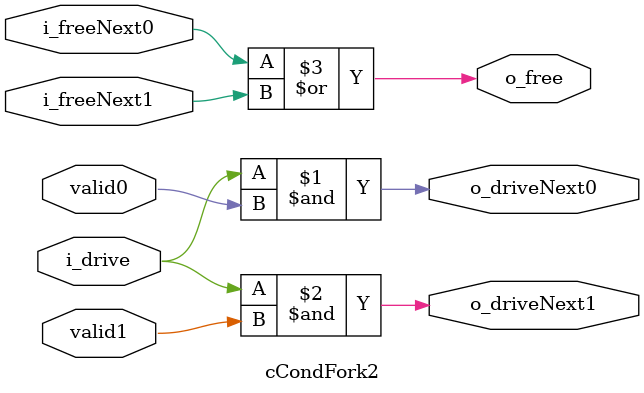
<source format=v>

`timescale 1ns / 1ps

module cCondFork2 (
    // in -->
    input       i_drive     ,
    output      o_free      ,
    // --> out0
    output      o_driveNext0,
    input       i_freeNext0 ,
    input       valid0      ,
    // --> out1
    output      o_driveNext1,
    input       i_freeNext1 ,
    input       valid1
);

// control logic
assign o_driveNext0 = i_drive & valid0;
assign o_driveNext1 = i_drive & valid1;
// simple free signal
// here can make some changes, if you need.
assign o_free       = i_freeNext0 | i_freeNext1;

endmodule


</source>
